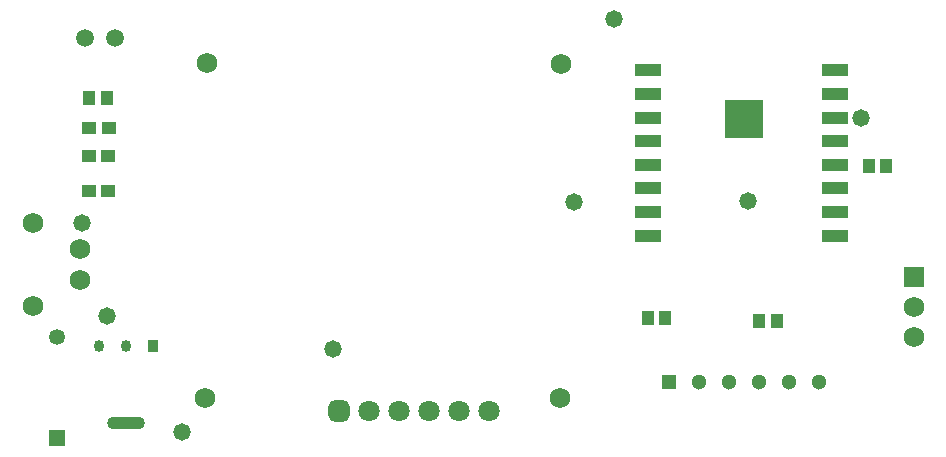
<source format=gts>
G04*
G04 #@! TF.GenerationSoftware,Altium Limited,Altium Designer,24.10.1 (45)*
G04*
G04 Layer_Color=8388736*
%FSLAX44Y44*%
%MOMM*%
G71*
G04*
G04 #@! TF.SameCoordinates,565968F8-0361-4AAA-87F1-21D5076EFA40*
G04*
G04*
G04 #@! TF.FilePolarity,Negative*
G04*
G01*
G75*
%ADD13R,2.2000X1.1000*%
%ADD14R,3.2000X3.2000*%
%ADD15R,1.2065X1.0682*%
%ADD17R,0.8721X1.0043*%
G04:AMPARAMS|DCode=18|XSize=1.0043mm|YSize=0.8721mm|CornerRadius=0.4361mm|HoleSize=0mm|Usage=FLASHONLY|Rotation=270.000|XOffset=0mm|YOffset=0mm|HoleType=Round|Shape=RoundedRectangle|*
%AMROUNDEDRECTD18*
21,1,1.0043,0.0000,0,0,270.0*
21,1,0.1322,0.8721,0,0,270.0*
1,1,0.8721,0.0000,-0.0661*
1,1,0.8721,0.0000,0.0661*
1,1,0.8721,0.0000,0.0661*
1,1,0.8721,0.0000,-0.0661*
%
%ADD18ROUNDEDRECTD18*%
G04:AMPARAMS|DCode=19|XSize=1.0043mm|YSize=3.1821mm|CornerRadius=0.4369mm|HoleSize=0mm|Usage=FLASHONLY|Rotation=270.000|XOffset=0mm|YOffset=0mm|HoleType=Round|Shape=RoundedRectangle|*
%AMROUNDEDRECTD19*
21,1,1.0043,2.3084,0,0,270.0*
21,1,0.1306,3.1821,0,0,270.0*
1,1,0.8737,-1.1542,-0.0653*
1,1,0.8737,-1.1542,0.0653*
1,1,0.8737,1.1542,0.0653*
1,1,0.8737,1.1542,-0.0653*
%
%ADD19ROUNDEDRECTD19*%
%ADD20R,1.0032X1.2032*%
%ADD21C,1.7272*%
%ADD22C,1.5032*%
%ADD23R,1.3000X1.3000*%
%ADD24C,1.3000*%
%ADD25R,1.3500X1.3500*%
%ADD26C,1.3500*%
%ADD27R,1.7532X1.7532*%
%ADD28C,1.7532*%
%ADD29C,1.8032*%
G04:AMPARAMS|DCode=30|XSize=1.8032mm|YSize=1.8032mm|CornerRadius=0.5016mm|HoleSize=0mm|Usage=FLASHONLY|Rotation=0.000|XOffset=0mm|YOffset=0mm|HoleType=Round|Shape=RoundedRectangle|*
%AMROUNDEDRECTD30*
21,1,1.8032,0.8000,0,0,0.0*
21,1,0.8000,1.8032,0,0,0.0*
1,1,1.0032,0.4000,-0.4000*
1,1,1.0032,-0.4000,-0.4000*
1,1,1.0032,-0.4000,0.4000*
1,1,1.0032,0.4000,0.4000*
%
%ADD30ROUNDEDRECTD30*%
%ADD31C,1.4732*%
D13*
X544316Y323124D02*
D03*
Y303124D02*
D03*
Y283124D02*
D03*
Y263124D02*
D03*
Y243124D02*
D03*
Y223124D02*
D03*
Y203124D02*
D03*
Y183124D02*
D03*
X702316D02*
D03*
Y203124D02*
D03*
Y223124D02*
D03*
Y243124D02*
D03*
Y263124D02*
D03*
Y283124D02*
D03*
Y303124D02*
D03*
Y323124D02*
D03*
D14*
X625316Y281624D02*
D03*
D15*
X70859Y250698D02*
D03*
X87376D02*
D03*
X87383Y220980D02*
D03*
X70866D02*
D03*
X87761Y274066D02*
D03*
X71243D02*
D03*
D17*
X125008Y90100D02*
D03*
D18*
X102108D02*
D03*
X79208D02*
D03*
D19*
X102108Y24200D02*
D03*
D20*
X71494Y299720D02*
D03*
X86494D02*
D03*
X559054Y113284D02*
D03*
X544054D02*
D03*
X746132Y242570D02*
D03*
X731132D02*
D03*
X638422Y110744D02*
D03*
X653422D02*
D03*
D21*
X23474Y123204D02*
D03*
X63754Y145604D02*
D03*
Y171704D02*
D03*
X23474Y194204D02*
D03*
X469538Y45574D02*
D03*
X169418Y45720D02*
D03*
X470554Y328930D02*
D03*
X170796Y329076D02*
D03*
D22*
X92710Y350266D02*
D03*
X67310D02*
D03*
D23*
X562356Y58928D02*
D03*
D24*
X587756D02*
D03*
X613156D02*
D03*
X638556D02*
D03*
X663956D02*
D03*
X689356D02*
D03*
D25*
X43942Y11756D02*
D03*
D26*
Y96956D02*
D03*
D27*
X769366Y148082D02*
D03*
D28*
Y122682D02*
D03*
Y97282D02*
D03*
D29*
X359156Y35052D02*
D03*
X308356D02*
D03*
X333756D02*
D03*
X384556D02*
D03*
X409956D02*
D03*
D30*
X282956D02*
D03*
D31*
X277368Y87376D02*
D03*
X65532Y194310D02*
D03*
X86106Y115062D02*
D03*
X149860Y17272D02*
D03*
X629158Y212598D02*
D03*
X482092Y211582D02*
D03*
X515366Y366522D02*
D03*
X724408Y283124D02*
D03*
M02*

</source>
